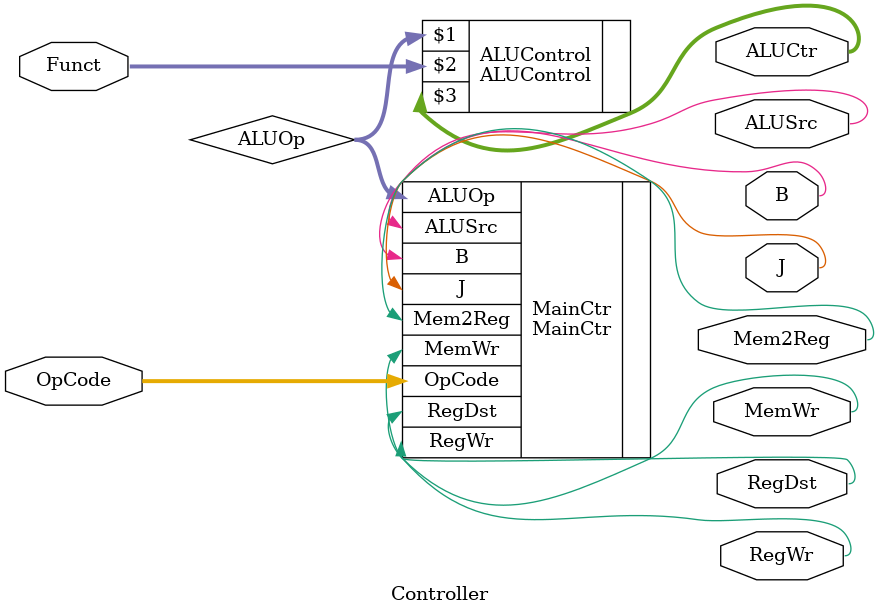
<source format=v>
`timescale 1ns / 1ps
module Controller (OpCode, Funct, J, B, RegDst, RegWr, ALUSrc, MemWr, Mem2Reg, ALUCtr);
// codes
  input [5: 0] Funct;
  output [3: 0] ALUCtr;
  input [5: 0] OpCode;
  output J, B, RegDst, RegWr, ALUSrc, MemWr, Mem2Reg;
  wire [1: 0] ALUOp;
  
  MainCtr MainCtr(
	.OpCode	(OpCode),
	.J	(J),
	.B	(B),
	.RegDst	(RegDst),
	.RegWr	(RegWr),
	.ALUSrc	(ALUSrc),
	.MemWr	(MemWr),
	.Mem2Reg	(Mem2Reg),
	.ALUOp	(ALUOp)
  );
  
  ALUControl ALUControl(
	ALUOp, Funct, ALUCtr
  );
endmodule

</source>
